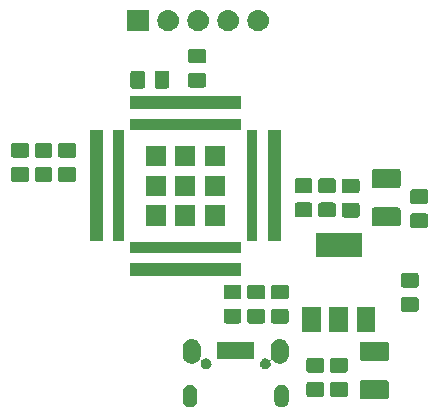
<source format=gbr>
G04 #@! TF.GenerationSoftware,KiCad,Pcbnew,(5.0.2)-1*
G04 #@! TF.CreationDate,2020-01-28T10:02:17+01:00*
G04 #@! TF.ProjectId,Lab1,4c616231-2e6b-4696-9361-645f70636258,rev?*
G04 #@! TF.SameCoordinates,Original*
G04 #@! TF.FileFunction,Soldermask,Top*
G04 #@! TF.FilePolarity,Negative*
%FSLAX46Y46*%
G04 Gerber Fmt 4.6, Leading zero omitted, Abs format (unit mm)*
G04 Created by KiCad (PCBNEW (5.0.2)-1) date 2020-01-28 10:02:17*
%MOMM*%
%LPD*%
G01*
G04 APERTURE LIST*
%ADD10C,0.100000*%
G04 APERTURE END LIST*
D10*
G36*
X112522713Y-116858058D02*
X112522716Y-116858059D01*
X112640718Y-116893854D01*
X112749468Y-116951982D01*
X112844790Y-117030210D01*
X112844791Y-117030212D01*
X112844793Y-117030213D01*
X112923017Y-117125529D01*
X112981145Y-117234279D01*
X113016942Y-117352286D01*
X113026000Y-117444253D01*
X113026000Y-118155747D01*
X113016942Y-118247714D01*
X112981145Y-118365721D01*
X112923017Y-118474471D01*
X112844790Y-118569790D01*
X112749471Y-118648017D01*
X112749469Y-118648018D01*
X112640719Y-118706146D01*
X112544683Y-118735278D01*
X112522714Y-118741942D01*
X112400000Y-118754028D01*
X112277287Y-118741942D01*
X112255318Y-118735278D01*
X112159282Y-118706146D01*
X112050532Y-118648018D01*
X112050530Y-118648017D01*
X111955211Y-118569790D01*
X111876986Y-118474473D01*
X111876985Y-118474471D01*
X111876983Y-118474469D01*
X111818854Y-118365719D01*
X111783059Y-118247717D01*
X111783058Y-118247714D01*
X111774000Y-118155747D01*
X111774000Y-117444254D01*
X111783058Y-117352287D01*
X111818855Y-117234280D01*
X111825502Y-117221844D01*
X111876982Y-117125532D01*
X111955210Y-117030210D01*
X111955212Y-117030209D01*
X111955213Y-117030207D01*
X112050529Y-116951983D01*
X112159279Y-116893855D01*
X112159281Y-116893854D01*
X112277283Y-116858059D01*
X112277286Y-116858058D01*
X112400000Y-116845972D01*
X112522713Y-116858058D01*
X112522713Y-116858058D01*
G37*
G36*
X120272713Y-116858058D02*
X120272716Y-116858059D01*
X120390718Y-116893854D01*
X120499468Y-116951982D01*
X120594790Y-117030210D01*
X120594791Y-117030212D01*
X120594793Y-117030213D01*
X120673017Y-117125529D01*
X120731145Y-117234279D01*
X120766942Y-117352286D01*
X120776000Y-117444253D01*
X120776000Y-118155747D01*
X120766942Y-118247714D01*
X120731145Y-118365721D01*
X120673017Y-118474471D01*
X120594790Y-118569790D01*
X120499471Y-118648017D01*
X120499469Y-118648018D01*
X120390719Y-118706146D01*
X120294683Y-118735278D01*
X120272714Y-118741942D01*
X120150000Y-118754028D01*
X120027287Y-118741942D01*
X120005318Y-118735278D01*
X119909282Y-118706146D01*
X119800532Y-118648018D01*
X119800530Y-118648017D01*
X119705211Y-118569790D01*
X119626986Y-118474473D01*
X119626985Y-118474471D01*
X119626983Y-118474469D01*
X119568854Y-118365719D01*
X119533059Y-118247717D01*
X119533058Y-118247714D01*
X119524000Y-118155747D01*
X119524000Y-117444254D01*
X119533058Y-117352287D01*
X119568855Y-117234280D01*
X119575502Y-117221844D01*
X119626982Y-117125532D01*
X119705210Y-117030210D01*
X119705212Y-117030209D01*
X119705213Y-117030207D01*
X119800529Y-116951983D01*
X119909279Y-116893855D01*
X119909281Y-116893854D01*
X120027283Y-116858059D01*
X120027286Y-116858058D01*
X120150000Y-116845972D01*
X120272713Y-116858058D01*
X120272713Y-116858058D01*
G37*
G36*
X129078043Y-116453122D02*
X129112390Y-116463541D01*
X129144035Y-116480456D01*
X129171777Y-116503223D01*
X129194544Y-116530965D01*
X129211459Y-116562610D01*
X129221878Y-116596957D01*
X129226000Y-116638807D01*
X129226000Y-117861193D01*
X129221878Y-117903043D01*
X129211459Y-117937390D01*
X129194544Y-117969035D01*
X129171777Y-117996777D01*
X129144035Y-118019544D01*
X129112390Y-118036459D01*
X129078043Y-118046878D01*
X129036193Y-118051000D01*
X126963807Y-118051000D01*
X126921957Y-118046878D01*
X126887610Y-118036459D01*
X126855965Y-118019544D01*
X126828223Y-117996777D01*
X126805456Y-117969035D01*
X126788541Y-117937390D01*
X126778122Y-117903043D01*
X126774000Y-117861193D01*
X126774000Y-116638807D01*
X126778122Y-116596957D01*
X126788541Y-116562610D01*
X126805456Y-116530965D01*
X126828223Y-116503223D01*
X126855965Y-116480456D01*
X126887610Y-116463541D01*
X126921957Y-116453122D01*
X126963807Y-116449000D01*
X129036193Y-116449000D01*
X129078043Y-116453122D01*
X129078043Y-116453122D01*
G37*
G36*
X125588677Y-116603465D02*
X125626364Y-116614898D01*
X125661103Y-116633466D01*
X125691548Y-116658452D01*
X125716534Y-116688897D01*
X125735102Y-116723636D01*
X125746535Y-116761323D01*
X125751000Y-116806661D01*
X125751000Y-117643339D01*
X125746535Y-117688677D01*
X125735102Y-117726364D01*
X125716534Y-117761103D01*
X125691548Y-117791548D01*
X125661103Y-117816534D01*
X125626364Y-117835102D01*
X125588677Y-117846535D01*
X125543339Y-117851000D01*
X124456661Y-117851000D01*
X124411323Y-117846535D01*
X124373636Y-117835102D01*
X124338897Y-117816534D01*
X124308452Y-117791548D01*
X124283466Y-117761103D01*
X124264898Y-117726364D01*
X124253465Y-117688677D01*
X124249000Y-117643339D01*
X124249000Y-116806661D01*
X124253465Y-116761323D01*
X124264898Y-116723636D01*
X124283466Y-116688897D01*
X124308452Y-116658452D01*
X124338897Y-116633466D01*
X124373636Y-116614898D01*
X124411323Y-116603465D01*
X124456661Y-116599000D01*
X125543339Y-116599000D01*
X125588677Y-116603465D01*
X125588677Y-116603465D01*
G37*
G36*
X123588677Y-116603465D02*
X123626364Y-116614898D01*
X123661103Y-116633466D01*
X123691548Y-116658452D01*
X123716534Y-116688897D01*
X123735102Y-116723636D01*
X123746535Y-116761323D01*
X123751000Y-116806661D01*
X123751000Y-117643339D01*
X123746535Y-117688677D01*
X123735102Y-117726364D01*
X123716534Y-117761103D01*
X123691548Y-117791548D01*
X123661103Y-117816534D01*
X123626364Y-117835102D01*
X123588677Y-117846535D01*
X123543339Y-117851000D01*
X122456661Y-117851000D01*
X122411323Y-117846535D01*
X122373636Y-117835102D01*
X122338897Y-117816534D01*
X122308452Y-117791548D01*
X122283466Y-117761103D01*
X122264898Y-117726364D01*
X122253465Y-117688677D01*
X122249000Y-117643339D01*
X122249000Y-116806661D01*
X122253465Y-116761323D01*
X122264898Y-116723636D01*
X122283466Y-116688897D01*
X122308452Y-116658452D01*
X122338897Y-116633466D01*
X122373636Y-116614898D01*
X122411323Y-116603465D01*
X122456661Y-116599000D01*
X123543339Y-116599000D01*
X123588677Y-116603465D01*
X123588677Y-116603465D01*
G37*
G36*
X123588677Y-114553465D02*
X123626364Y-114564898D01*
X123661103Y-114583466D01*
X123691548Y-114608452D01*
X123716534Y-114638897D01*
X123735102Y-114673636D01*
X123746535Y-114711323D01*
X123751000Y-114756661D01*
X123751000Y-115593339D01*
X123746535Y-115638677D01*
X123735102Y-115676364D01*
X123716534Y-115711103D01*
X123691548Y-115741548D01*
X123661103Y-115766534D01*
X123626364Y-115785102D01*
X123588677Y-115796535D01*
X123543339Y-115801000D01*
X122456661Y-115801000D01*
X122411323Y-115796535D01*
X122373636Y-115785102D01*
X122338897Y-115766534D01*
X122308452Y-115741548D01*
X122283466Y-115711103D01*
X122264898Y-115676364D01*
X122253465Y-115638677D01*
X122249000Y-115593339D01*
X122249000Y-114756661D01*
X122253465Y-114711323D01*
X122264898Y-114673636D01*
X122283466Y-114638897D01*
X122308452Y-114608452D01*
X122338897Y-114583466D01*
X122373636Y-114564898D01*
X122411323Y-114553465D01*
X122456661Y-114549000D01*
X123543339Y-114549000D01*
X123588677Y-114553465D01*
X123588677Y-114553465D01*
G37*
G36*
X125588677Y-114553465D02*
X125626364Y-114564898D01*
X125661103Y-114583466D01*
X125691548Y-114608452D01*
X125716534Y-114638897D01*
X125735102Y-114673636D01*
X125746535Y-114711323D01*
X125751000Y-114756661D01*
X125751000Y-115593339D01*
X125746535Y-115638677D01*
X125735102Y-115676364D01*
X125716534Y-115711103D01*
X125691548Y-115741548D01*
X125661103Y-115766534D01*
X125626364Y-115785102D01*
X125588677Y-115796535D01*
X125543339Y-115801000D01*
X124456661Y-115801000D01*
X124411323Y-115796535D01*
X124373636Y-115785102D01*
X124338897Y-115766534D01*
X124308452Y-115741548D01*
X124283466Y-115711103D01*
X124264898Y-115676364D01*
X124253465Y-115638677D01*
X124249000Y-115593339D01*
X124249000Y-114756661D01*
X124253465Y-114711323D01*
X124264898Y-114673636D01*
X124283466Y-114638897D01*
X124308452Y-114608452D01*
X124338897Y-114583466D01*
X124373636Y-114564898D01*
X124411323Y-114553465D01*
X124456661Y-114549000D01*
X125543339Y-114549000D01*
X125588677Y-114553465D01*
X125588677Y-114553465D01*
G37*
G36*
X112702118Y-112960228D02*
X112702121Y-112960229D01*
X112848398Y-113004601D01*
X112848400Y-113004602D01*
X112983209Y-113076659D01*
X113101369Y-113173631D01*
X113198341Y-113291790D01*
X113270398Y-113426599D01*
X113314772Y-113572881D01*
X113326000Y-113686882D01*
X113326000Y-114313118D01*
X113314772Y-114427119D01*
X113314771Y-114427122D01*
X113271516Y-114569718D01*
X113268156Y-114580792D01*
X113264655Y-114589246D01*
X113259877Y-114613279D01*
X113259879Y-114637784D01*
X113264662Y-114661817D01*
X113274041Y-114684455D01*
X113287656Y-114704828D01*
X113304985Y-114722154D01*
X113325361Y-114735766D01*
X113348001Y-114745142D01*
X113372034Y-114749920D01*
X113396539Y-114749918D01*
X113420572Y-114745135D01*
X113443210Y-114735756D01*
X113463571Y-114722150D01*
X113492385Y-114698504D01*
X113523225Y-114673193D01*
X113548265Y-114659809D01*
X113601575Y-114631314D01*
X113611544Y-114628290D01*
X113686587Y-114605525D01*
X113752842Y-114599000D01*
X113797158Y-114599000D01*
X113863413Y-114605525D01*
X113938456Y-114628290D01*
X113948425Y-114631314D01*
X114026774Y-114673193D01*
X114095448Y-114729552D01*
X114151807Y-114798226D01*
X114193686Y-114876575D01*
X114195164Y-114881449D01*
X114219475Y-114961587D01*
X114228182Y-115050000D01*
X114219475Y-115138413D01*
X114196710Y-115213456D01*
X114193686Y-115223425D01*
X114151807Y-115301774D01*
X114095448Y-115370448D01*
X114026774Y-115426807D01*
X113948425Y-115468686D01*
X113938456Y-115471710D01*
X113863413Y-115494475D01*
X113797158Y-115501000D01*
X113752842Y-115501000D01*
X113686587Y-115494475D01*
X113611544Y-115471710D01*
X113601575Y-115468686D01*
X113523226Y-115426807D01*
X113454552Y-115370448D01*
X113398193Y-115301774D01*
X113356314Y-115223425D01*
X113353290Y-115213456D01*
X113330525Y-115138413D01*
X113321818Y-115050000D01*
X113330525Y-114961589D01*
X113342128Y-114923341D01*
X113347547Y-114905476D01*
X113352327Y-114881449D01*
X113352327Y-114856945D01*
X113347547Y-114832911D01*
X113338170Y-114810272D01*
X113324556Y-114789897D01*
X113307230Y-114772570D01*
X113286855Y-114758956D01*
X113264216Y-114749578D01*
X113240183Y-114744797D01*
X113215679Y-114744797D01*
X113191645Y-114749577D01*
X113169006Y-114758954D01*
X113148631Y-114772568D01*
X113131304Y-114789895D01*
X113101370Y-114826368D01*
X113101369Y-114826369D01*
X113075553Y-114847556D01*
X112983210Y-114923341D01*
X112983208Y-114923342D01*
X112848399Y-114995399D01*
X112729352Y-115031511D01*
X112702119Y-115039772D01*
X112550000Y-115054754D01*
X112397882Y-115039772D01*
X112370649Y-115031511D01*
X112251602Y-114995399D01*
X112116793Y-114923342D01*
X112116791Y-114923341D01*
X111998632Y-114826369D01*
X111901660Y-114708210D01*
X111829602Y-114573401D01*
X111828485Y-114569718D01*
X111785229Y-114427122D01*
X111785228Y-114427119D01*
X111774000Y-114313118D01*
X111774000Y-113686883D01*
X111785228Y-113572882D01*
X111829602Y-113426600D01*
X111901659Y-113291791D01*
X111998631Y-113173631D01*
X112116790Y-113076659D01*
X112251599Y-113004602D01*
X112251601Y-113004601D01*
X112397878Y-112960229D01*
X112397881Y-112960228D01*
X112550000Y-112945246D01*
X112702118Y-112960228D01*
X112702118Y-112960228D01*
G37*
G36*
X120152118Y-112960228D02*
X120152121Y-112960229D01*
X120298398Y-113004601D01*
X120298400Y-113004602D01*
X120433209Y-113076659D01*
X120551369Y-113173631D01*
X120648341Y-113291790D01*
X120720398Y-113426599D01*
X120764772Y-113572881D01*
X120776000Y-113686882D01*
X120776000Y-114313118D01*
X120764772Y-114427119D01*
X120764771Y-114427122D01*
X120721516Y-114569718D01*
X120720398Y-114573401D01*
X120648341Y-114708210D01*
X120551369Y-114826369D01*
X120433210Y-114923341D01*
X120433208Y-114923342D01*
X120298399Y-114995399D01*
X120179352Y-115031511D01*
X120152119Y-115039772D01*
X120000000Y-115054754D01*
X119847882Y-115039772D01*
X119820649Y-115031511D01*
X119701602Y-114995399D01*
X119566793Y-114923342D01*
X119566791Y-114923341D01*
X119448634Y-114826371D01*
X119448632Y-114826368D01*
X119418695Y-114789891D01*
X119401370Y-114772566D01*
X119380995Y-114758953D01*
X119358356Y-114749575D01*
X119334323Y-114744795D01*
X119309818Y-114744795D01*
X119285785Y-114749576D01*
X119263146Y-114758953D01*
X119242771Y-114772567D01*
X119225444Y-114789894D01*
X119211831Y-114810269D01*
X119202453Y-114832908D01*
X119197673Y-114856941D01*
X119197673Y-114881446D01*
X119202454Y-114905479D01*
X119219475Y-114961587D01*
X119228182Y-115050000D01*
X119219475Y-115138413D01*
X119196710Y-115213456D01*
X119193686Y-115223425D01*
X119151807Y-115301774D01*
X119095448Y-115370448D01*
X119026774Y-115426807D01*
X118948425Y-115468686D01*
X118938456Y-115471710D01*
X118863413Y-115494475D01*
X118797158Y-115501000D01*
X118752842Y-115501000D01*
X118686587Y-115494475D01*
X118611544Y-115471710D01*
X118601575Y-115468686D01*
X118523226Y-115426807D01*
X118454552Y-115370448D01*
X118398193Y-115301774D01*
X118356314Y-115223425D01*
X118353290Y-115213456D01*
X118330525Y-115138413D01*
X118321818Y-115050000D01*
X118330525Y-114961587D01*
X118354836Y-114881449D01*
X118356314Y-114876575D01*
X118398193Y-114798226D01*
X118454552Y-114729552D01*
X118523226Y-114673193D01*
X118601575Y-114631314D01*
X118611544Y-114628290D01*
X118686587Y-114605525D01*
X118752842Y-114599000D01*
X118797158Y-114599000D01*
X118863413Y-114605525D01*
X118938456Y-114628290D01*
X118948425Y-114631314D01*
X119001735Y-114659809D01*
X119026775Y-114673193D01*
X119057615Y-114698504D01*
X119086429Y-114722150D01*
X119106798Y-114735761D01*
X119129437Y-114745138D01*
X119153471Y-114749919D01*
X119177975Y-114749919D01*
X119202008Y-114745139D01*
X119224648Y-114735762D01*
X119245022Y-114722148D01*
X119262350Y-114704821D01*
X119275964Y-114684447D01*
X119285341Y-114661808D01*
X119290122Y-114637774D01*
X119290122Y-114613270D01*
X119285342Y-114589237D01*
X119281843Y-114580788D01*
X119279602Y-114573401D01*
X119279601Y-114573399D01*
X119235229Y-114427122D01*
X119235228Y-114427119D01*
X119224000Y-114313118D01*
X119224000Y-113686883D01*
X119235228Y-113572882D01*
X119279602Y-113426600D01*
X119351659Y-113291791D01*
X119448631Y-113173631D01*
X119566790Y-113076659D01*
X119701599Y-113004602D01*
X119701601Y-113004601D01*
X119847878Y-112960229D01*
X119847881Y-112960228D01*
X120000000Y-112945246D01*
X120152118Y-112960228D01*
X120152118Y-112960228D01*
G37*
G36*
X129078043Y-113203122D02*
X129112390Y-113213541D01*
X129144035Y-113230456D01*
X129171777Y-113253223D01*
X129194544Y-113280965D01*
X129211459Y-113312610D01*
X129221878Y-113346957D01*
X129226000Y-113388807D01*
X129226000Y-114611193D01*
X129221878Y-114653043D01*
X129211459Y-114687390D01*
X129194544Y-114719035D01*
X129171777Y-114746777D01*
X129144035Y-114769544D01*
X129112390Y-114786459D01*
X129078043Y-114796878D01*
X129036193Y-114801000D01*
X126963807Y-114801000D01*
X126921957Y-114796878D01*
X126887610Y-114786459D01*
X126855965Y-114769544D01*
X126828223Y-114746777D01*
X126805456Y-114719035D01*
X126788541Y-114687390D01*
X126778122Y-114653043D01*
X126774000Y-114611193D01*
X126774000Y-113388807D01*
X126778122Y-113346957D01*
X126788541Y-113312610D01*
X126805456Y-113280965D01*
X126828223Y-113253223D01*
X126855965Y-113230456D01*
X126887610Y-113213541D01*
X126921957Y-113203122D01*
X126963807Y-113199000D01*
X129036193Y-113199000D01*
X129078043Y-113203122D01*
X129078043Y-113203122D01*
G37*
G36*
X117851000Y-114651000D02*
X114699000Y-114651000D01*
X114699000Y-113249000D01*
X117851000Y-113249000D01*
X117851000Y-114651000D01*
X117851000Y-114651000D01*
G37*
G36*
X125801000Y-112351000D02*
X124199000Y-112351000D01*
X124199000Y-110249000D01*
X125801000Y-110249000D01*
X125801000Y-112351000D01*
X125801000Y-112351000D01*
G37*
G36*
X128101000Y-112351000D02*
X126499000Y-112351000D01*
X126499000Y-110249000D01*
X128101000Y-110249000D01*
X128101000Y-112351000D01*
X128101000Y-112351000D01*
G37*
G36*
X123501000Y-112351000D02*
X121899000Y-112351000D01*
X121899000Y-110249000D01*
X123501000Y-110249000D01*
X123501000Y-112351000D01*
X123501000Y-112351000D01*
G37*
G36*
X120588677Y-110403465D02*
X120626364Y-110414898D01*
X120661103Y-110433466D01*
X120691548Y-110458452D01*
X120716534Y-110488897D01*
X120735102Y-110523636D01*
X120746535Y-110561323D01*
X120751000Y-110606661D01*
X120751000Y-111443339D01*
X120746535Y-111488677D01*
X120735102Y-111526364D01*
X120716534Y-111561103D01*
X120691548Y-111591548D01*
X120661103Y-111616534D01*
X120626364Y-111635102D01*
X120588677Y-111646535D01*
X120543339Y-111651000D01*
X119456661Y-111651000D01*
X119411323Y-111646535D01*
X119373636Y-111635102D01*
X119338897Y-111616534D01*
X119308452Y-111591548D01*
X119283466Y-111561103D01*
X119264898Y-111526364D01*
X119253465Y-111488677D01*
X119249000Y-111443339D01*
X119249000Y-110606661D01*
X119253465Y-110561323D01*
X119264898Y-110523636D01*
X119283466Y-110488897D01*
X119308452Y-110458452D01*
X119338897Y-110433466D01*
X119373636Y-110414898D01*
X119411323Y-110403465D01*
X119456661Y-110399000D01*
X120543339Y-110399000D01*
X120588677Y-110403465D01*
X120588677Y-110403465D01*
G37*
G36*
X116588677Y-110403465D02*
X116626364Y-110414898D01*
X116661103Y-110433466D01*
X116691548Y-110458452D01*
X116716534Y-110488897D01*
X116735102Y-110523636D01*
X116746535Y-110561323D01*
X116751000Y-110606661D01*
X116751000Y-111443339D01*
X116746535Y-111488677D01*
X116735102Y-111526364D01*
X116716534Y-111561103D01*
X116691548Y-111591548D01*
X116661103Y-111616534D01*
X116626364Y-111635102D01*
X116588677Y-111646535D01*
X116543339Y-111651000D01*
X115456661Y-111651000D01*
X115411323Y-111646535D01*
X115373636Y-111635102D01*
X115338897Y-111616534D01*
X115308452Y-111591548D01*
X115283466Y-111561103D01*
X115264898Y-111526364D01*
X115253465Y-111488677D01*
X115249000Y-111443339D01*
X115249000Y-110606661D01*
X115253465Y-110561323D01*
X115264898Y-110523636D01*
X115283466Y-110488897D01*
X115308452Y-110458452D01*
X115338897Y-110433466D01*
X115373636Y-110414898D01*
X115411323Y-110403465D01*
X115456661Y-110399000D01*
X116543339Y-110399000D01*
X116588677Y-110403465D01*
X116588677Y-110403465D01*
G37*
G36*
X118588677Y-110403465D02*
X118626364Y-110414898D01*
X118661103Y-110433466D01*
X118691548Y-110458452D01*
X118716534Y-110488897D01*
X118735102Y-110523636D01*
X118746535Y-110561323D01*
X118751000Y-110606661D01*
X118751000Y-111443339D01*
X118746535Y-111488677D01*
X118735102Y-111526364D01*
X118716534Y-111561103D01*
X118691548Y-111591548D01*
X118661103Y-111616534D01*
X118626364Y-111635102D01*
X118588677Y-111646535D01*
X118543339Y-111651000D01*
X117456661Y-111651000D01*
X117411323Y-111646535D01*
X117373636Y-111635102D01*
X117338897Y-111616534D01*
X117308452Y-111591548D01*
X117283466Y-111561103D01*
X117264898Y-111526364D01*
X117253465Y-111488677D01*
X117249000Y-111443339D01*
X117249000Y-110606661D01*
X117253465Y-110561323D01*
X117264898Y-110523636D01*
X117283466Y-110488897D01*
X117308452Y-110458452D01*
X117338897Y-110433466D01*
X117373636Y-110414898D01*
X117411323Y-110403465D01*
X117456661Y-110399000D01*
X118543339Y-110399000D01*
X118588677Y-110403465D01*
X118588677Y-110403465D01*
G37*
G36*
X131588677Y-109403465D02*
X131626364Y-109414898D01*
X131661103Y-109433466D01*
X131691548Y-109458452D01*
X131716534Y-109488897D01*
X131735102Y-109523636D01*
X131746535Y-109561323D01*
X131751000Y-109606661D01*
X131751000Y-110443339D01*
X131746535Y-110488677D01*
X131735102Y-110526364D01*
X131716534Y-110561103D01*
X131691548Y-110591548D01*
X131661103Y-110616534D01*
X131626364Y-110635102D01*
X131588677Y-110646535D01*
X131543339Y-110651000D01*
X130456661Y-110651000D01*
X130411323Y-110646535D01*
X130373636Y-110635102D01*
X130338897Y-110616534D01*
X130308452Y-110591548D01*
X130283466Y-110561103D01*
X130264898Y-110526364D01*
X130253465Y-110488677D01*
X130249000Y-110443339D01*
X130249000Y-109606661D01*
X130253465Y-109561323D01*
X130264898Y-109523636D01*
X130283466Y-109488897D01*
X130308452Y-109458452D01*
X130338897Y-109433466D01*
X130373636Y-109414898D01*
X130411323Y-109403465D01*
X130456661Y-109399000D01*
X131543339Y-109399000D01*
X131588677Y-109403465D01*
X131588677Y-109403465D01*
G37*
G36*
X116588677Y-108353465D02*
X116626364Y-108364898D01*
X116661103Y-108383466D01*
X116691548Y-108408452D01*
X116716534Y-108438897D01*
X116735102Y-108473636D01*
X116746535Y-108511323D01*
X116751000Y-108556661D01*
X116751000Y-109393339D01*
X116746535Y-109438677D01*
X116735102Y-109476364D01*
X116716534Y-109511103D01*
X116691548Y-109541548D01*
X116661103Y-109566534D01*
X116626364Y-109585102D01*
X116588677Y-109596535D01*
X116543339Y-109601000D01*
X115456661Y-109601000D01*
X115411323Y-109596535D01*
X115373636Y-109585102D01*
X115338897Y-109566534D01*
X115308452Y-109541548D01*
X115283466Y-109511103D01*
X115264898Y-109476364D01*
X115253465Y-109438677D01*
X115249000Y-109393339D01*
X115249000Y-108556661D01*
X115253465Y-108511323D01*
X115264898Y-108473636D01*
X115283466Y-108438897D01*
X115308452Y-108408452D01*
X115338897Y-108383466D01*
X115373636Y-108364898D01*
X115411323Y-108353465D01*
X115456661Y-108349000D01*
X116543339Y-108349000D01*
X116588677Y-108353465D01*
X116588677Y-108353465D01*
G37*
G36*
X120588677Y-108353465D02*
X120626364Y-108364898D01*
X120661103Y-108383466D01*
X120691548Y-108408452D01*
X120716534Y-108438897D01*
X120735102Y-108473636D01*
X120746535Y-108511323D01*
X120751000Y-108556661D01*
X120751000Y-109393339D01*
X120746535Y-109438677D01*
X120735102Y-109476364D01*
X120716534Y-109511103D01*
X120691548Y-109541548D01*
X120661103Y-109566534D01*
X120626364Y-109585102D01*
X120588677Y-109596535D01*
X120543339Y-109601000D01*
X119456661Y-109601000D01*
X119411323Y-109596535D01*
X119373636Y-109585102D01*
X119338897Y-109566534D01*
X119308452Y-109541548D01*
X119283466Y-109511103D01*
X119264898Y-109476364D01*
X119253465Y-109438677D01*
X119249000Y-109393339D01*
X119249000Y-108556661D01*
X119253465Y-108511323D01*
X119264898Y-108473636D01*
X119283466Y-108438897D01*
X119308452Y-108408452D01*
X119338897Y-108383466D01*
X119373636Y-108364898D01*
X119411323Y-108353465D01*
X119456661Y-108349000D01*
X120543339Y-108349000D01*
X120588677Y-108353465D01*
X120588677Y-108353465D01*
G37*
G36*
X118588677Y-108353465D02*
X118626364Y-108364898D01*
X118661103Y-108383466D01*
X118691548Y-108408452D01*
X118716534Y-108438897D01*
X118735102Y-108473636D01*
X118746535Y-108511323D01*
X118751000Y-108556661D01*
X118751000Y-109393339D01*
X118746535Y-109438677D01*
X118735102Y-109476364D01*
X118716534Y-109511103D01*
X118691548Y-109541548D01*
X118661103Y-109566534D01*
X118626364Y-109585102D01*
X118588677Y-109596535D01*
X118543339Y-109601000D01*
X117456661Y-109601000D01*
X117411323Y-109596535D01*
X117373636Y-109585102D01*
X117338897Y-109566534D01*
X117308452Y-109541548D01*
X117283466Y-109511103D01*
X117264898Y-109476364D01*
X117253465Y-109438677D01*
X117249000Y-109393339D01*
X117249000Y-108556661D01*
X117253465Y-108511323D01*
X117264898Y-108473636D01*
X117283466Y-108438897D01*
X117308452Y-108408452D01*
X117338897Y-108383466D01*
X117373636Y-108364898D01*
X117411323Y-108353465D01*
X117456661Y-108349000D01*
X118543339Y-108349000D01*
X118588677Y-108353465D01*
X118588677Y-108353465D01*
G37*
G36*
X131588677Y-107353465D02*
X131626364Y-107364898D01*
X131661103Y-107383466D01*
X131691548Y-107408452D01*
X131716534Y-107438897D01*
X131735102Y-107473636D01*
X131746535Y-107511323D01*
X131751000Y-107556661D01*
X131751000Y-108393339D01*
X131746535Y-108438677D01*
X131735102Y-108476364D01*
X131716534Y-108511103D01*
X131691548Y-108541548D01*
X131661103Y-108566534D01*
X131626364Y-108585102D01*
X131588677Y-108596535D01*
X131543339Y-108601000D01*
X130456661Y-108601000D01*
X130411323Y-108596535D01*
X130373636Y-108585102D01*
X130338897Y-108566534D01*
X130308452Y-108541548D01*
X130283466Y-108511103D01*
X130264898Y-108476364D01*
X130253465Y-108438677D01*
X130249000Y-108393339D01*
X130249000Y-107556661D01*
X130253465Y-107511323D01*
X130264898Y-107473636D01*
X130283466Y-107438897D01*
X130308452Y-107408452D01*
X130338897Y-107383466D01*
X130373636Y-107364898D01*
X130411323Y-107353465D01*
X130456661Y-107349000D01*
X131543339Y-107349000D01*
X131588677Y-107353465D01*
X131588677Y-107353465D01*
G37*
G36*
X116701000Y-107651000D02*
X107299000Y-107651000D01*
X107299000Y-106549000D01*
X116701000Y-106549000D01*
X116701000Y-107651000D01*
X116701000Y-107651000D01*
G37*
G36*
X126951000Y-106051000D02*
X123049000Y-106051000D01*
X123049000Y-103949000D01*
X126951000Y-103949000D01*
X126951000Y-106051000D01*
X126951000Y-106051000D01*
G37*
G36*
X116701000Y-105651000D02*
X107299000Y-105651000D01*
X107299000Y-104749000D01*
X116701000Y-104749000D01*
X116701000Y-105651000D01*
X116701000Y-105651000D01*
G37*
G36*
X120101000Y-104701000D02*
X118999000Y-104701000D01*
X118999000Y-95299000D01*
X120101000Y-95299000D01*
X120101000Y-104701000D01*
X120101000Y-104701000D01*
G37*
G36*
X118101000Y-104701000D02*
X117199000Y-104701000D01*
X117199000Y-95299000D01*
X118101000Y-95299000D01*
X118101000Y-104701000D01*
X118101000Y-104701000D01*
G37*
G36*
X106801000Y-104701000D02*
X105899000Y-104701000D01*
X105899000Y-95299000D01*
X106801000Y-95299000D01*
X106801000Y-104701000D01*
X106801000Y-104701000D01*
G37*
G36*
X105011000Y-104701000D02*
X103909000Y-104701000D01*
X103909000Y-95299000D01*
X105011000Y-95299000D01*
X105011000Y-104701000D01*
X105011000Y-104701000D01*
G37*
G36*
X132388677Y-102328465D02*
X132426364Y-102339898D01*
X132461103Y-102358466D01*
X132491548Y-102383452D01*
X132516534Y-102413897D01*
X132535102Y-102448636D01*
X132546535Y-102486323D01*
X132551000Y-102531661D01*
X132551000Y-103368339D01*
X132546535Y-103413677D01*
X132535102Y-103451364D01*
X132516534Y-103486103D01*
X132491548Y-103516548D01*
X132461103Y-103541534D01*
X132426364Y-103560102D01*
X132388677Y-103571535D01*
X132343339Y-103576000D01*
X131256661Y-103576000D01*
X131211323Y-103571535D01*
X131173636Y-103560102D01*
X131138897Y-103541534D01*
X131108452Y-103516548D01*
X131083466Y-103486103D01*
X131064898Y-103451364D01*
X131053465Y-103413677D01*
X131049000Y-103368339D01*
X131049000Y-102531661D01*
X131053465Y-102486323D01*
X131064898Y-102448636D01*
X131083466Y-102413897D01*
X131108452Y-102383452D01*
X131138897Y-102358466D01*
X131173636Y-102339898D01*
X131211323Y-102328465D01*
X131256661Y-102324000D01*
X132343339Y-102324000D01*
X132388677Y-102328465D01*
X132388677Y-102328465D01*
G37*
G36*
X130078043Y-101828122D02*
X130112390Y-101838541D01*
X130144035Y-101855456D01*
X130171777Y-101878223D01*
X130194544Y-101905965D01*
X130211459Y-101937610D01*
X130221878Y-101971957D01*
X130226000Y-102013807D01*
X130226000Y-103236193D01*
X130221878Y-103278043D01*
X130211459Y-103312390D01*
X130194544Y-103344035D01*
X130171777Y-103371777D01*
X130144035Y-103394544D01*
X130112390Y-103411459D01*
X130078043Y-103421878D01*
X130036193Y-103426000D01*
X127963807Y-103426000D01*
X127921957Y-103421878D01*
X127887610Y-103411459D01*
X127855965Y-103394544D01*
X127828223Y-103371777D01*
X127805456Y-103344035D01*
X127788541Y-103312390D01*
X127778122Y-103278043D01*
X127774000Y-103236193D01*
X127774000Y-102013807D01*
X127778122Y-101971957D01*
X127788541Y-101937610D01*
X127805456Y-101905965D01*
X127828223Y-101878223D01*
X127855965Y-101855456D01*
X127887610Y-101838541D01*
X127921957Y-101828122D01*
X127963807Y-101824000D01*
X130036193Y-101824000D01*
X130078043Y-101828122D01*
X130078043Y-101828122D01*
G37*
G36*
X115351000Y-103351000D02*
X113649000Y-103351000D01*
X113649000Y-101649000D01*
X115351000Y-101649000D01*
X115351000Y-103351000D01*
X115351000Y-103351000D01*
G37*
G36*
X112851000Y-103351000D02*
X111149000Y-103351000D01*
X111149000Y-101649000D01*
X112851000Y-101649000D01*
X112851000Y-103351000D01*
X112851000Y-103351000D01*
G37*
G36*
X110351000Y-103351000D02*
X108649000Y-103351000D01*
X108649000Y-101649000D01*
X110351000Y-101649000D01*
X110351000Y-103351000D01*
X110351000Y-103351000D01*
G37*
G36*
X126588677Y-101428465D02*
X126626364Y-101439898D01*
X126661103Y-101458466D01*
X126691548Y-101483452D01*
X126716534Y-101513897D01*
X126735102Y-101548636D01*
X126746535Y-101586323D01*
X126751000Y-101631661D01*
X126751000Y-102468339D01*
X126746535Y-102513677D01*
X126735102Y-102551364D01*
X126716534Y-102586103D01*
X126691548Y-102616548D01*
X126661103Y-102641534D01*
X126626364Y-102660102D01*
X126588677Y-102671535D01*
X126543339Y-102676000D01*
X125456661Y-102676000D01*
X125411323Y-102671535D01*
X125373636Y-102660102D01*
X125338897Y-102641534D01*
X125308452Y-102616548D01*
X125283466Y-102586103D01*
X125264898Y-102551364D01*
X125253465Y-102513677D01*
X125249000Y-102468339D01*
X125249000Y-101631661D01*
X125253465Y-101586323D01*
X125264898Y-101548636D01*
X125283466Y-101513897D01*
X125308452Y-101483452D01*
X125338897Y-101458466D01*
X125373636Y-101439898D01*
X125411323Y-101428465D01*
X125456661Y-101424000D01*
X126543339Y-101424000D01*
X126588677Y-101428465D01*
X126588677Y-101428465D01*
G37*
G36*
X122588677Y-101403465D02*
X122626364Y-101414898D01*
X122661103Y-101433466D01*
X122691548Y-101458452D01*
X122716534Y-101488897D01*
X122735102Y-101523636D01*
X122746535Y-101561323D01*
X122751000Y-101606661D01*
X122751000Y-102443339D01*
X122746535Y-102488677D01*
X122735102Y-102526364D01*
X122716534Y-102561103D01*
X122691548Y-102591548D01*
X122661103Y-102616534D01*
X122626364Y-102635102D01*
X122588677Y-102646535D01*
X122543339Y-102651000D01*
X121456661Y-102651000D01*
X121411323Y-102646535D01*
X121373636Y-102635102D01*
X121338897Y-102616534D01*
X121308452Y-102591548D01*
X121283466Y-102561103D01*
X121264898Y-102526364D01*
X121253465Y-102488677D01*
X121249000Y-102443339D01*
X121249000Y-101606661D01*
X121253465Y-101561323D01*
X121264898Y-101523636D01*
X121283466Y-101488897D01*
X121308452Y-101458452D01*
X121338897Y-101433466D01*
X121373636Y-101414898D01*
X121411323Y-101403465D01*
X121456661Y-101399000D01*
X122543339Y-101399000D01*
X122588677Y-101403465D01*
X122588677Y-101403465D01*
G37*
G36*
X124588677Y-101403465D02*
X124626364Y-101414898D01*
X124661103Y-101433466D01*
X124691548Y-101458452D01*
X124716534Y-101488897D01*
X124735102Y-101523636D01*
X124746535Y-101561323D01*
X124751000Y-101606661D01*
X124751000Y-102443339D01*
X124746535Y-102488677D01*
X124735102Y-102526364D01*
X124716534Y-102561103D01*
X124691548Y-102591548D01*
X124661103Y-102616534D01*
X124626364Y-102635102D01*
X124588677Y-102646535D01*
X124543339Y-102651000D01*
X123456661Y-102651000D01*
X123411323Y-102646535D01*
X123373636Y-102635102D01*
X123338897Y-102616534D01*
X123308452Y-102591548D01*
X123283466Y-102561103D01*
X123264898Y-102526364D01*
X123253465Y-102488677D01*
X123249000Y-102443339D01*
X123249000Y-101606661D01*
X123253465Y-101561323D01*
X123264898Y-101523636D01*
X123283466Y-101488897D01*
X123308452Y-101458452D01*
X123338897Y-101433466D01*
X123373636Y-101414898D01*
X123411323Y-101403465D01*
X123456661Y-101399000D01*
X124543339Y-101399000D01*
X124588677Y-101403465D01*
X124588677Y-101403465D01*
G37*
G36*
X132388677Y-100278465D02*
X132426364Y-100289898D01*
X132461103Y-100308466D01*
X132491548Y-100333452D01*
X132516534Y-100363897D01*
X132535102Y-100398636D01*
X132546535Y-100436323D01*
X132551000Y-100481661D01*
X132551000Y-101318339D01*
X132546535Y-101363677D01*
X132535102Y-101401364D01*
X132516534Y-101436103D01*
X132491548Y-101466548D01*
X132461103Y-101491534D01*
X132426364Y-101510102D01*
X132388677Y-101521535D01*
X132343339Y-101526000D01*
X131256661Y-101526000D01*
X131211323Y-101521535D01*
X131173636Y-101510102D01*
X131138897Y-101491534D01*
X131108452Y-101466548D01*
X131083466Y-101436103D01*
X131064898Y-101401364D01*
X131053465Y-101363677D01*
X131049000Y-101318339D01*
X131049000Y-100481661D01*
X131053465Y-100436323D01*
X131064898Y-100398636D01*
X131083466Y-100363897D01*
X131108452Y-100333452D01*
X131138897Y-100308466D01*
X131173636Y-100289898D01*
X131211323Y-100278465D01*
X131256661Y-100274000D01*
X132343339Y-100274000D01*
X132388677Y-100278465D01*
X132388677Y-100278465D01*
G37*
G36*
X115351000Y-100851000D02*
X113649000Y-100851000D01*
X113649000Y-99149000D01*
X115351000Y-99149000D01*
X115351000Y-100851000D01*
X115351000Y-100851000D01*
G37*
G36*
X112851000Y-100851000D02*
X111149000Y-100851000D01*
X111149000Y-99149000D01*
X112851000Y-99149000D01*
X112851000Y-100851000D01*
X112851000Y-100851000D01*
G37*
G36*
X110351000Y-100851000D02*
X108649000Y-100851000D01*
X108649000Y-99149000D01*
X110351000Y-99149000D01*
X110351000Y-100851000D01*
X110351000Y-100851000D01*
G37*
G36*
X126588677Y-99378465D02*
X126626364Y-99389898D01*
X126661103Y-99408466D01*
X126691548Y-99433452D01*
X126716534Y-99463897D01*
X126735102Y-99498636D01*
X126746535Y-99536323D01*
X126751000Y-99581661D01*
X126751000Y-100418339D01*
X126746535Y-100463677D01*
X126735102Y-100501364D01*
X126716534Y-100536103D01*
X126691548Y-100566548D01*
X126661103Y-100591534D01*
X126626364Y-100610102D01*
X126588677Y-100621535D01*
X126543339Y-100626000D01*
X125456661Y-100626000D01*
X125411323Y-100621535D01*
X125373636Y-100610102D01*
X125338897Y-100591534D01*
X125308452Y-100566548D01*
X125283466Y-100536103D01*
X125264898Y-100501364D01*
X125253465Y-100463677D01*
X125249000Y-100418339D01*
X125249000Y-99581661D01*
X125253465Y-99536323D01*
X125264898Y-99498636D01*
X125283466Y-99463897D01*
X125308452Y-99433452D01*
X125338897Y-99408466D01*
X125373636Y-99389898D01*
X125411323Y-99378465D01*
X125456661Y-99374000D01*
X126543339Y-99374000D01*
X126588677Y-99378465D01*
X126588677Y-99378465D01*
G37*
G36*
X122588677Y-99353465D02*
X122626364Y-99364898D01*
X122661103Y-99383466D01*
X122691548Y-99408452D01*
X122716534Y-99438897D01*
X122735102Y-99473636D01*
X122746535Y-99511323D01*
X122751000Y-99556661D01*
X122751000Y-100393339D01*
X122746535Y-100438677D01*
X122735102Y-100476364D01*
X122716534Y-100511103D01*
X122691548Y-100541548D01*
X122661103Y-100566534D01*
X122626364Y-100585102D01*
X122588677Y-100596535D01*
X122543339Y-100601000D01*
X121456661Y-100601000D01*
X121411323Y-100596535D01*
X121373636Y-100585102D01*
X121338897Y-100566534D01*
X121308452Y-100541548D01*
X121283466Y-100511103D01*
X121264898Y-100476364D01*
X121253465Y-100438677D01*
X121249000Y-100393339D01*
X121249000Y-99556661D01*
X121253465Y-99511323D01*
X121264898Y-99473636D01*
X121283466Y-99438897D01*
X121308452Y-99408452D01*
X121338897Y-99383466D01*
X121373636Y-99364898D01*
X121411323Y-99353465D01*
X121456661Y-99349000D01*
X122543339Y-99349000D01*
X122588677Y-99353465D01*
X122588677Y-99353465D01*
G37*
G36*
X124588677Y-99353465D02*
X124626364Y-99364898D01*
X124661103Y-99383466D01*
X124691548Y-99408452D01*
X124716534Y-99438897D01*
X124735102Y-99473636D01*
X124746535Y-99511323D01*
X124751000Y-99556661D01*
X124751000Y-100393339D01*
X124746535Y-100438677D01*
X124735102Y-100476364D01*
X124716534Y-100511103D01*
X124691548Y-100541548D01*
X124661103Y-100566534D01*
X124626364Y-100585102D01*
X124588677Y-100596535D01*
X124543339Y-100601000D01*
X123456661Y-100601000D01*
X123411323Y-100596535D01*
X123373636Y-100585102D01*
X123338897Y-100566534D01*
X123308452Y-100541548D01*
X123283466Y-100511103D01*
X123264898Y-100476364D01*
X123253465Y-100438677D01*
X123249000Y-100393339D01*
X123249000Y-99556661D01*
X123253465Y-99511323D01*
X123264898Y-99473636D01*
X123283466Y-99438897D01*
X123308452Y-99408452D01*
X123338897Y-99383466D01*
X123373636Y-99364898D01*
X123411323Y-99353465D01*
X123456661Y-99349000D01*
X124543339Y-99349000D01*
X124588677Y-99353465D01*
X124588677Y-99353465D01*
G37*
G36*
X130078043Y-98578122D02*
X130112390Y-98588541D01*
X130144035Y-98605456D01*
X130171777Y-98628223D01*
X130194544Y-98655965D01*
X130211459Y-98687610D01*
X130221878Y-98721957D01*
X130226000Y-98763807D01*
X130226000Y-99986193D01*
X130221878Y-100028043D01*
X130211459Y-100062390D01*
X130194544Y-100094035D01*
X130171777Y-100121777D01*
X130144035Y-100144544D01*
X130112390Y-100161459D01*
X130078043Y-100171878D01*
X130036193Y-100176000D01*
X127963807Y-100176000D01*
X127921957Y-100171878D01*
X127887610Y-100161459D01*
X127855965Y-100144544D01*
X127828223Y-100121777D01*
X127805456Y-100094035D01*
X127788541Y-100062390D01*
X127778122Y-100028043D01*
X127774000Y-99986193D01*
X127774000Y-98763807D01*
X127778122Y-98721957D01*
X127788541Y-98687610D01*
X127805456Y-98655965D01*
X127828223Y-98628223D01*
X127855965Y-98605456D01*
X127887610Y-98588541D01*
X127921957Y-98578122D01*
X127963807Y-98574000D01*
X130036193Y-98574000D01*
X130078043Y-98578122D01*
X130078043Y-98578122D01*
G37*
G36*
X98588677Y-98403465D02*
X98626364Y-98414898D01*
X98661103Y-98433466D01*
X98691548Y-98458452D01*
X98716534Y-98488897D01*
X98735102Y-98523636D01*
X98746535Y-98561323D01*
X98751000Y-98606661D01*
X98751000Y-99443339D01*
X98746535Y-99488677D01*
X98735102Y-99526364D01*
X98716534Y-99561103D01*
X98691548Y-99591548D01*
X98661103Y-99616534D01*
X98626364Y-99635102D01*
X98588677Y-99646535D01*
X98543339Y-99651000D01*
X97456661Y-99651000D01*
X97411323Y-99646535D01*
X97373636Y-99635102D01*
X97338897Y-99616534D01*
X97308452Y-99591548D01*
X97283466Y-99561103D01*
X97264898Y-99526364D01*
X97253465Y-99488677D01*
X97249000Y-99443339D01*
X97249000Y-98606661D01*
X97253465Y-98561323D01*
X97264898Y-98523636D01*
X97283466Y-98488897D01*
X97308452Y-98458452D01*
X97338897Y-98433466D01*
X97373636Y-98414898D01*
X97411323Y-98403465D01*
X97456661Y-98399000D01*
X98543339Y-98399000D01*
X98588677Y-98403465D01*
X98588677Y-98403465D01*
G37*
G36*
X100588677Y-98403465D02*
X100626364Y-98414898D01*
X100661103Y-98433466D01*
X100691548Y-98458452D01*
X100716534Y-98488897D01*
X100735102Y-98523636D01*
X100746535Y-98561323D01*
X100751000Y-98606661D01*
X100751000Y-99443339D01*
X100746535Y-99488677D01*
X100735102Y-99526364D01*
X100716534Y-99561103D01*
X100691548Y-99591548D01*
X100661103Y-99616534D01*
X100626364Y-99635102D01*
X100588677Y-99646535D01*
X100543339Y-99651000D01*
X99456661Y-99651000D01*
X99411323Y-99646535D01*
X99373636Y-99635102D01*
X99338897Y-99616534D01*
X99308452Y-99591548D01*
X99283466Y-99561103D01*
X99264898Y-99526364D01*
X99253465Y-99488677D01*
X99249000Y-99443339D01*
X99249000Y-98606661D01*
X99253465Y-98561323D01*
X99264898Y-98523636D01*
X99283466Y-98488897D01*
X99308452Y-98458452D01*
X99338897Y-98433466D01*
X99373636Y-98414898D01*
X99411323Y-98403465D01*
X99456661Y-98399000D01*
X100543339Y-98399000D01*
X100588677Y-98403465D01*
X100588677Y-98403465D01*
G37*
G36*
X102588677Y-98403465D02*
X102626364Y-98414898D01*
X102661103Y-98433466D01*
X102691548Y-98458452D01*
X102716534Y-98488897D01*
X102735102Y-98523636D01*
X102746535Y-98561323D01*
X102751000Y-98606661D01*
X102751000Y-99443339D01*
X102746535Y-99488677D01*
X102735102Y-99526364D01*
X102716534Y-99561103D01*
X102691548Y-99591548D01*
X102661103Y-99616534D01*
X102626364Y-99635102D01*
X102588677Y-99646535D01*
X102543339Y-99651000D01*
X101456661Y-99651000D01*
X101411323Y-99646535D01*
X101373636Y-99635102D01*
X101338897Y-99616534D01*
X101308452Y-99591548D01*
X101283466Y-99561103D01*
X101264898Y-99526364D01*
X101253465Y-99488677D01*
X101249000Y-99443339D01*
X101249000Y-98606661D01*
X101253465Y-98561323D01*
X101264898Y-98523636D01*
X101283466Y-98488897D01*
X101308452Y-98458452D01*
X101338897Y-98433466D01*
X101373636Y-98414898D01*
X101411323Y-98403465D01*
X101456661Y-98399000D01*
X102543339Y-98399000D01*
X102588677Y-98403465D01*
X102588677Y-98403465D01*
G37*
G36*
X115351000Y-98351000D02*
X113649000Y-98351000D01*
X113649000Y-96649000D01*
X115351000Y-96649000D01*
X115351000Y-98351000D01*
X115351000Y-98351000D01*
G37*
G36*
X110351000Y-98351000D02*
X108649000Y-98351000D01*
X108649000Y-96649000D01*
X110351000Y-96649000D01*
X110351000Y-98351000D01*
X110351000Y-98351000D01*
G37*
G36*
X112851000Y-98351000D02*
X111149000Y-98351000D01*
X111149000Y-96649000D01*
X112851000Y-96649000D01*
X112851000Y-98351000D01*
X112851000Y-98351000D01*
G37*
G36*
X100588677Y-96353465D02*
X100626364Y-96364898D01*
X100661103Y-96383466D01*
X100691548Y-96408452D01*
X100716534Y-96438897D01*
X100735102Y-96473636D01*
X100746535Y-96511323D01*
X100751000Y-96556661D01*
X100751000Y-97393339D01*
X100746535Y-97438677D01*
X100735102Y-97476364D01*
X100716534Y-97511103D01*
X100691548Y-97541548D01*
X100661103Y-97566534D01*
X100626364Y-97585102D01*
X100588677Y-97596535D01*
X100543339Y-97601000D01*
X99456661Y-97601000D01*
X99411323Y-97596535D01*
X99373636Y-97585102D01*
X99338897Y-97566534D01*
X99308452Y-97541548D01*
X99283466Y-97511103D01*
X99264898Y-97476364D01*
X99253465Y-97438677D01*
X99249000Y-97393339D01*
X99249000Y-96556661D01*
X99253465Y-96511323D01*
X99264898Y-96473636D01*
X99283466Y-96438897D01*
X99308452Y-96408452D01*
X99338897Y-96383466D01*
X99373636Y-96364898D01*
X99411323Y-96353465D01*
X99456661Y-96349000D01*
X100543339Y-96349000D01*
X100588677Y-96353465D01*
X100588677Y-96353465D01*
G37*
G36*
X98588677Y-96353465D02*
X98626364Y-96364898D01*
X98661103Y-96383466D01*
X98691548Y-96408452D01*
X98716534Y-96438897D01*
X98735102Y-96473636D01*
X98746535Y-96511323D01*
X98751000Y-96556661D01*
X98751000Y-97393339D01*
X98746535Y-97438677D01*
X98735102Y-97476364D01*
X98716534Y-97511103D01*
X98691548Y-97541548D01*
X98661103Y-97566534D01*
X98626364Y-97585102D01*
X98588677Y-97596535D01*
X98543339Y-97601000D01*
X97456661Y-97601000D01*
X97411323Y-97596535D01*
X97373636Y-97585102D01*
X97338897Y-97566534D01*
X97308452Y-97541548D01*
X97283466Y-97511103D01*
X97264898Y-97476364D01*
X97253465Y-97438677D01*
X97249000Y-97393339D01*
X97249000Y-96556661D01*
X97253465Y-96511323D01*
X97264898Y-96473636D01*
X97283466Y-96438897D01*
X97308452Y-96408452D01*
X97338897Y-96383466D01*
X97373636Y-96364898D01*
X97411323Y-96353465D01*
X97456661Y-96349000D01*
X98543339Y-96349000D01*
X98588677Y-96353465D01*
X98588677Y-96353465D01*
G37*
G36*
X102588677Y-96353465D02*
X102626364Y-96364898D01*
X102661103Y-96383466D01*
X102691548Y-96408452D01*
X102716534Y-96438897D01*
X102735102Y-96473636D01*
X102746535Y-96511323D01*
X102751000Y-96556661D01*
X102751000Y-97393339D01*
X102746535Y-97438677D01*
X102735102Y-97476364D01*
X102716534Y-97511103D01*
X102691548Y-97541548D01*
X102661103Y-97566534D01*
X102626364Y-97585102D01*
X102588677Y-97596535D01*
X102543339Y-97601000D01*
X101456661Y-97601000D01*
X101411323Y-97596535D01*
X101373636Y-97585102D01*
X101338897Y-97566534D01*
X101308452Y-97541548D01*
X101283466Y-97511103D01*
X101264898Y-97476364D01*
X101253465Y-97438677D01*
X101249000Y-97393339D01*
X101249000Y-96556661D01*
X101253465Y-96511323D01*
X101264898Y-96473636D01*
X101283466Y-96438897D01*
X101308452Y-96408452D01*
X101338897Y-96383466D01*
X101373636Y-96364898D01*
X101411323Y-96353465D01*
X101456661Y-96349000D01*
X102543339Y-96349000D01*
X102588677Y-96353465D01*
X102588677Y-96353465D01*
G37*
G36*
X116701000Y-95251000D02*
X107299000Y-95251000D01*
X107299000Y-94349000D01*
X116701000Y-94349000D01*
X116701000Y-95251000D01*
X116701000Y-95251000D01*
G37*
G36*
X116701000Y-93451000D02*
X107299000Y-93451000D01*
X107299000Y-92349000D01*
X116701000Y-92349000D01*
X116701000Y-93451000D01*
X116701000Y-93451000D01*
G37*
G36*
X110488677Y-90253465D02*
X110526364Y-90264898D01*
X110561103Y-90283466D01*
X110591548Y-90308452D01*
X110616534Y-90338897D01*
X110635102Y-90373636D01*
X110646535Y-90411323D01*
X110651000Y-90456661D01*
X110651000Y-91543339D01*
X110646535Y-91588677D01*
X110635102Y-91626364D01*
X110616534Y-91661103D01*
X110591548Y-91691548D01*
X110561103Y-91716534D01*
X110526364Y-91735102D01*
X110488677Y-91746535D01*
X110443339Y-91751000D01*
X109606661Y-91751000D01*
X109561323Y-91746535D01*
X109523636Y-91735102D01*
X109488897Y-91716534D01*
X109458452Y-91691548D01*
X109433466Y-91661103D01*
X109414898Y-91626364D01*
X109403465Y-91588677D01*
X109399000Y-91543339D01*
X109399000Y-90456661D01*
X109403465Y-90411323D01*
X109414898Y-90373636D01*
X109433466Y-90338897D01*
X109458452Y-90308452D01*
X109488897Y-90283466D01*
X109523636Y-90264898D01*
X109561323Y-90253465D01*
X109606661Y-90249000D01*
X110443339Y-90249000D01*
X110488677Y-90253465D01*
X110488677Y-90253465D01*
G37*
G36*
X108438677Y-90253465D02*
X108476364Y-90264898D01*
X108511103Y-90283466D01*
X108541548Y-90308452D01*
X108566534Y-90338897D01*
X108585102Y-90373636D01*
X108596535Y-90411323D01*
X108601000Y-90456661D01*
X108601000Y-91543339D01*
X108596535Y-91588677D01*
X108585102Y-91626364D01*
X108566534Y-91661103D01*
X108541548Y-91691548D01*
X108511103Y-91716534D01*
X108476364Y-91735102D01*
X108438677Y-91746535D01*
X108393339Y-91751000D01*
X107556661Y-91751000D01*
X107511323Y-91746535D01*
X107473636Y-91735102D01*
X107438897Y-91716534D01*
X107408452Y-91691548D01*
X107383466Y-91661103D01*
X107364898Y-91626364D01*
X107353465Y-91588677D01*
X107349000Y-91543339D01*
X107349000Y-90456661D01*
X107353465Y-90411323D01*
X107364898Y-90373636D01*
X107383466Y-90338897D01*
X107408452Y-90308452D01*
X107438897Y-90283466D01*
X107473636Y-90264898D01*
X107511323Y-90253465D01*
X107556661Y-90249000D01*
X108393339Y-90249000D01*
X108438677Y-90253465D01*
X108438677Y-90253465D01*
G37*
G36*
X113588677Y-90428465D02*
X113626364Y-90439898D01*
X113661103Y-90458466D01*
X113691548Y-90483452D01*
X113716534Y-90513897D01*
X113735102Y-90548636D01*
X113746535Y-90586323D01*
X113751000Y-90631661D01*
X113751000Y-91468339D01*
X113746535Y-91513677D01*
X113735102Y-91551364D01*
X113716534Y-91586103D01*
X113691548Y-91616548D01*
X113661103Y-91641534D01*
X113626364Y-91660102D01*
X113588677Y-91671535D01*
X113543339Y-91676000D01*
X112456661Y-91676000D01*
X112411323Y-91671535D01*
X112373636Y-91660102D01*
X112338897Y-91641534D01*
X112308452Y-91616548D01*
X112283466Y-91586103D01*
X112264898Y-91551364D01*
X112253465Y-91513677D01*
X112249000Y-91468339D01*
X112249000Y-90631661D01*
X112253465Y-90586323D01*
X112264898Y-90548636D01*
X112283466Y-90513897D01*
X112308452Y-90483452D01*
X112338897Y-90458466D01*
X112373636Y-90439898D01*
X112411323Y-90428465D01*
X112456661Y-90424000D01*
X113543339Y-90424000D01*
X113588677Y-90428465D01*
X113588677Y-90428465D01*
G37*
G36*
X113588677Y-88378465D02*
X113626364Y-88389898D01*
X113661103Y-88408466D01*
X113691548Y-88433452D01*
X113716534Y-88463897D01*
X113735102Y-88498636D01*
X113746535Y-88536323D01*
X113751000Y-88581661D01*
X113751000Y-89418339D01*
X113746535Y-89463677D01*
X113735102Y-89501364D01*
X113716534Y-89536103D01*
X113691548Y-89566548D01*
X113661103Y-89591534D01*
X113626364Y-89610102D01*
X113588677Y-89621535D01*
X113543339Y-89626000D01*
X112456661Y-89626000D01*
X112411323Y-89621535D01*
X112373636Y-89610102D01*
X112338897Y-89591534D01*
X112308452Y-89566548D01*
X112283466Y-89536103D01*
X112264898Y-89501364D01*
X112253465Y-89463677D01*
X112249000Y-89418339D01*
X112249000Y-88581661D01*
X112253465Y-88536323D01*
X112264898Y-88498636D01*
X112283466Y-88463897D01*
X112308452Y-88433452D01*
X112338897Y-88408466D01*
X112373636Y-88389898D01*
X112411323Y-88378465D01*
X112456661Y-88374000D01*
X113543339Y-88374000D01*
X113588677Y-88378465D01*
X113588677Y-88378465D01*
G37*
G36*
X108901000Y-86901000D02*
X107099000Y-86901000D01*
X107099000Y-85099000D01*
X108901000Y-85099000D01*
X108901000Y-86901000D01*
X108901000Y-86901000D01*
G37*
G36*
X118270443Y-85105519D02*
X118336627Y-85112037D01*
X118449853Y-85146384D01*
X118506467Y-85163557D01*
X118645087Y-85237652D01*
X118662991Y-85247222D01*
X118698729Y-85276552D01*
X118800186Y-85359814D01*
X118883448Y-85461271D01*
X118912778Y-85497009D01*
X118912779Y-85497011D01*
X118996443Y-85653533D01*
X118996443Y-85653534D01*
X119047963Y-85823373D01*
X119065359Y-86000000D01*
X119047963Y-86176627D01*
X119013616Y-86289853D01*
X118996443Y-86346467D01*
X118922348Y-86485087D01*
X118912778Y-86502991D01*
X118883448Y-86538729D01*
X118800186Y-86640186D01*
X118698729Y-86723448D01*
X118662991Y-86752778D01*
X118662989Y-86752779D01*
X118506467Y-86836443D01*
X118449853Y-86853616D01*
X118336627Y-86887963D01*
X118270442Y-86894482D01*
X118204260Y-86901000D01*
X118115740Y-86901000D01*
X118049558Y-86894482D01*
X117983373Y-86887963D01*
X117870147Y-86853616D01*
X117813533Y-86836443D01*
X117657011Y-86752779D01*
X117657009Y-86752778D01*
X117621271Y-86723448D01*
X117519814Y-86640186D01*
X117436552Y-86538729D01*
X117407222Y-86502991D01*
X117397652Y-86485087D01*
X117323557Y-86346467D01*
X117306384Y-86289853D01*
X117272037Y-86176627D01*
X117254641Y-86000000D01*
X117272037Y-85823373D01*
X117323557Y-85653534D01*
X117323557Y-85653533D01*
X117407221Y-85497011D01*
X117407222Y-85497009D01*
X117436552Y-85461271D01*
X117519814Y-85359814D01*
X117621271Y-85276552D01*
X117657009Y-85247222D01*
X117674913Y-85237652D01*
X117813533Y-85163557D01*
X117870147Y-85146384D01*
X117983373Y-85112037D01*
X118049557Y-85105519D01*
X118115740Y-85099000D01*
X118204260Y-85099000D01*
X118270443Y-85105519D01*
X118270443Y-85105519D01*
G37*
G36*
X110650443Y-85105519D02*
X110716627Y-85112037D01*
X110829853Y-85146384D01*
X110886467Y-85163557D01*
X111025087Y-85237652D01*
X111042991Y-85247222D01*
X111078729Y-85276552D01*
X111180186Y-85359814D01*
X111263448Y-85461271D01*
X111292778Y-85497009D01*
X111292779Y-85497011D01*
X111376443Y-85653533D01*
X111376443Y-85653534D01*
X111427963Y-85823373D01*
X111445359Y-86000000D01*
X111427963Y-86176627D01*
X111393616Y-86289853D01*
X111376443Y-86346467D01*
X111302348Y-86485087D01*
X111292778Y-86502991D01*
X111263448Y-86538729D01*
X111180186Y-86640186D01*
X111078729Y-86723448D01*
X111042991Y-86752778D01*
X111042989Y-86752779D01*
X110886467Y-86836443D01*
X110829853Y-86853616D01*
X110716627Y-86887963D01*
X110650442Y-86894482D01*
X110584260Y-86901000D01*
X110495740Y-86901000D01*
X110429558Y-86894482D01*
X110363373Y-86887963D01*
X110250147Y-86853616D01*
X110193533Y-86836443D01*
X110037011Y-86752779D01*
X110037009Y-86752778D01*
X110001271Y-86723448D01*
X109899814Y-86640186D01*
X109816552Y-86538729D01*
X109787222Y-86502991D01*
X109777652Y-86485087D01*
X109703557Y-86346467D01*
X109686384Y-86289853D01*
X109652037Y-86176627D01*
X109634641Y-86000000D01*
X109652037Y-85823373D01*
X109703557Y-85653534D01*
X109703557Y-85653533D01*
X109787221Y-85497011D01*
X109787222Y-85497009D01*
X109816552Y-85461271D01*
X109899814Y-85359814D01*
X110001271Y-85276552D01*
X110037009Y-85247222D01*
X110054913Y-85237652D01*
X110193533Y-85163557D01*
X110250147Y-85146384D01*
X110363373Y-85112037D01*
X110429557Y-85105519D01*
X110495740Y-85099000D01*
X110584260Y-85099000D01*
X110650443Y-85105519D01*
X110650443Y-85105519D01*
G37*
G36*
X115730443Y-85105519D02*
X115796627Y-85112037D01*
X115909853Y-85146384D01*
X115966467Y-85163557D01*
X116105087Y-85237652D01*
X116122991Y-85247222D01*
X116158729Y-85276552D01*
X116260186Y-85359814D01*
X116343448Y-85461271D01*
X116372778Y-85497009D01*
X116372779Y-85497011D01*
X116456443Y-85653533D01*
X116456443Y-85653534D01*
X116507963Y-85823373D01*
X116525359Y-86000000D01*
X116507963Y-86176627D01*
X116473616Y-86289853D01*
X116456443Y-86346467D01*
X116382348Y-86485087D01*
X116372778Y-86502991D01*
X116343448Y-86538729D01*
X116260186Y-86640186D01*
X116158729Y-86723448D01*
X116122991Y-86752778D01*
X116122989Y-86752779D01*
X115966467Y-86836443D01*
X115909853Y-86853616D01*
X115796627Y-86887963D01*
X115730442Y-86894482D01*
X115664260Y-86901000D01*
X115575740Y-86901000D01*
X115509558Y-86894482D01*
X115443373Y-86887963D01*
X115330147Y-86853616D01*
X115273533Y-86836443D01*
X115117011Y-86752779D01*
X115117009Y-86752778D01*
X115081271Y-86723448D01*
X114979814Y-86640186D01*
X114896552Y-86538729D01*
X114867222Y-86502991D01*
X114857652Y-86485087D01*
X114783557Y-86346467D01*
X114766384Y-86289853D01*
X114732037Y-86176627D01*
X114714641Y-86000000D01*
X114732037Y-85823373D01*
X114783557Y-85653534D01*
X114783557Y-85653533D01*
X114867221Y-85497011D01*
X114867222Y-85497009D01*
X114896552Y-85461271D01*
X114979814Y-85359814D01*
X115081271Y-85276552D01*
X115117009Y-85247222D01*
X115134913Y-85237652D01*
X115273533Y-85163557D01*
X115330147Y-85146384D01*
X115443373Y-85112037D01*
X115509557Y-85105519D01*
X115575740Y-85099000D01*
X115664260Y-85099000D01*
X115730443Y-85105519D01*
X115730443Y-85105519D01*
G37*
G36*
X113190443Y-85105519D02*
X113256627Y-85112037D01*
X113369853Y-85146384D01*
X113426467Y-85163557D01*
X113565087Y-85237652D01*
X113582991Y-85247222D01*
X113618729Y-85276552D01*
X113720186Y-85359814D01*
X113803448Y-85461271D01*
X113832778Y-85497009D01*
X113832779Y-85497011D01*
X113916443Y-85653533D01*
X113916443Y-85653534D01*
X113967963Y-85823373D01*
X113985359Y-86000000D01*
X113967963Y-86176627D01*
X113933616Y-86289853D01*
X113916443Y-86346467D01*
X113842348Y-86485087D01*
X113832778Y-86502991D01*
X113803448Y-86538729D01*
X113720186Y-86640186D01*
X113618729Y-86723448D01*
X113582991Y-86752778D01*
X113582989Y-86752779D01*
X113426467Y-86836443D01*
X113369853Y-86853616D01*
X113256627Y-86887963D01*
X113190442Y-86894482D01*
X113124260Y-86901000D01*
X113035740Y-86901000D01*
X112969558Y-86894482D01*
X112903373Y-86887963D01*
X112790147Y-86853616D01*
X112733533Y-86836443D01*
X112577011Y-86752779D01*
X112577009Y-86752778D01*
X112541271Y-86723448D01*
X112439814Y-86640186D01*
X112356552Y-86538729D01*
X112327222Y-86502991D01*
X112317652Y-86485087D01*
X112243557Y-86346467D01*
X112226384Y-86289853D01*
X112192037Y-86176627D01*
X112174641Y-86000000D01*
X112192037Y-85823373D01*
X112243557Y-85653534D01*
X112243557Y-85653533D01*
X112327221Y-85497011D01*
X112327222Y-85497009D01*
X112356552Y-85461271D01*
X112439814Y-85359814D01*
X112541271Y-85276552D01*
X112577009Y-85247222D01*
X112594913Y-85237652D01*
X112733533Y-85163557D01*
X112790147Y-85146384D01*
X112903373Y-85112037D01*
X112969557Y-85105519D01*
X113035740Y-85099000D01*
X113124260Y-85099000D01*
X113190443Y-85105519D01*
X113190443Y-85105519D01*
G37*
M02*

</source>
